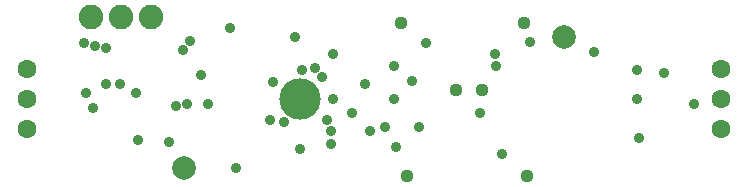
<source format=gbr>
G04 EAGLE Gerber RS-274X export*
G75*
%MOMM*%
%FSLAX34Y34*%
%LPD*%
%INSoldermask Bottom*%
%IPPOS*%
%AMOC8*
5,1,8,0,0,1.08239X$1,22.5*%
G01*
%ADD10C,2.003200*%
%ADD11C,3.503200*%
%ADD12C,1.603200*%
%ADD13C,2.082800*%
%ADD14C,1.109600*%
%ADD15C,0.909600*%


D10*
X150000Y14000D03*
X472000Y125000D03*
D11*
X248000Y72500D03*
D12*
X605000Y97940D03*
X605000Y72540D03*
X605000Y47140D03*
X17360Y47700D03*
X17360Y73100D03*
X17360Y98500D03*
D13*
X121920Y142240D03*
X96520Y142240D03*
X71120Y142240D03*
D14*
X440690Y7620D03*
X339090Y7620D03*
D15*
X327660Y73152D03*
X275844Y73152D03*
X149352Y114300D03*
X67056Y77724D03*
D14*
X438150Y137160D03*
X334010Y137160D03*
D15*
X243840Y124968D03*
X556260Y94488D03*
X266700Y91440D03*
X260604Y99060D03*
X73152Y65532D03*
X534924Y39624D03*
X533400Y97536D03*
X413004Y111252D03*
X582168Y68580D03*
X419100Y25908D03*
X249936Y97536D03*
X111252Y38100D03*
D14*
X401955Y80645D03*
X380365Y80645D03*
D15*
X83820Y115824D03*
X155448Y121920D03*
X327660Y100584D03*
X275844Y111252D03*
X74676Y117348D03*
X442976Y120904D03*
X496824Y112776D03*
X307848Y45720D03*
X274320Y45720D03*
X225552Y86868D03*
X355092Y120396D03*
X303276Y85344D03*
X137160Y36576D03*
X342900Y88392D03*
X164592Y92964D03*
X96012Y85344D03*
X533400Y73152D03*
X400812Y60960D03*
X234696Y53340D03*
X222504Y54864D03*
X143256Y67056D03*
X414528Y100584D03*
X83820Y85344D03*
X152400Y68580D03*
X170688Y68580D03*
X188976Y132588D03*
X109728Y77724D03*
X65532Y120396D03*
X348996Y48768D03*
X271272Y54864D03*
X329184Y32004D03*
X194056Y13970D03*
X320040Y48768D03*
X274320Y35052D03*
X292608Y60960D03*
X248412Y30480D03*
M02*

</source>
